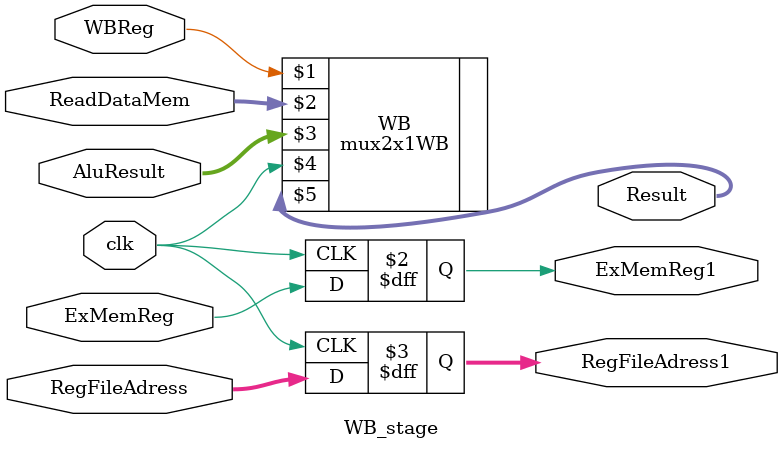
<source format=v>
module WB_stage (
input clk,
input WBReg,
input signed [31:0] ReadDataMem,
input signed [31:0] AluResult,
input ExMemReg,
input [4:0] RegFileAdress,
output reg ExMemReg1,
output reg [4:0] RegFileAdress1,
output  signed [31:0]Result
);
mux2x1WB WB( WBReg,ReadDataMem ,AluResult ,clk , Result) ;
always @(posedge clk)

begin
RegFileAdress1<=RegFileAdress;
ExMemReg1<=ExMemReg;
end


endmodule
 
</source>
